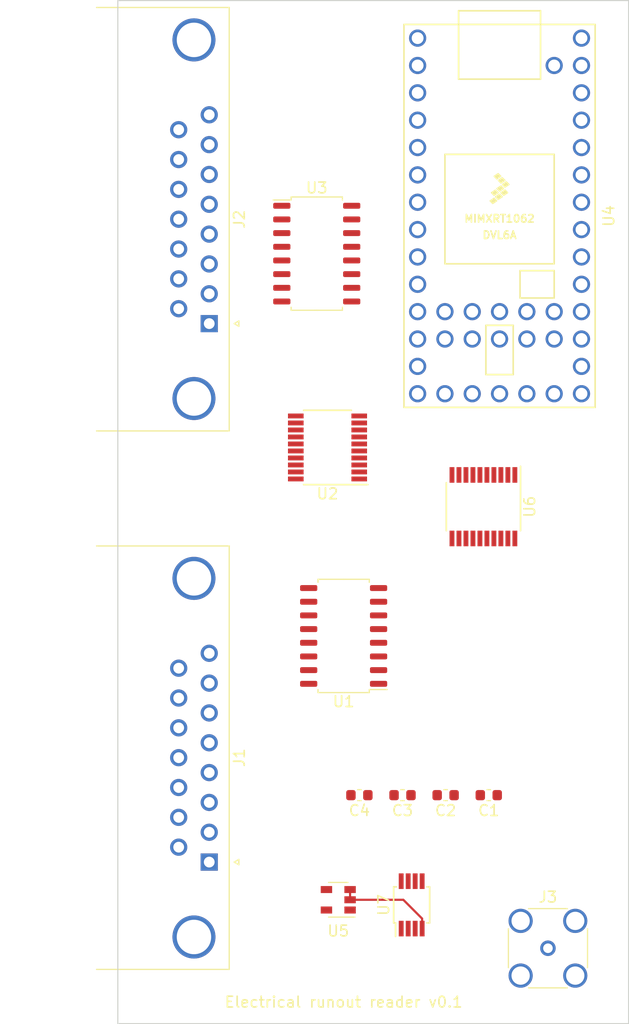
<source format=kicad_pcb>
(kicad_pcb (version 20171130) (host pcbnew "(5.1.4)-1")

  (general
    (thickness 1.6)
    (drawings 5)
    (tracks 4)
    (zones 0)
    (modules 14)
    (nets 94)
  )

  (page A4)
  (layers
    (0 F.Cu signal)
    (31 B.Cu signal)
    (32 B.Adhes user)
    (33 F.Adhes user)
    (34 B.Paste user)
    (35 F.Paste user)
    (36 B.SilkS user)
    (37 F.SilkS user)
    (38 B.Mask user)
    (39 F.Mask user)
    (40 Dwgs.User user)
    (41 Cmts.User user)
    (42 Eco1.User user)
    (43 Eco2.User user)
    (44 Edge.Cuts user)
    (45 Margin user)
    (46 B.CrtYd user)
    (47 F.CrtYd user)
    (48 B.Fab user)
    (49 F.Fab user)
  )

  (setup
    (last_trace_width 0.2)
    (trace_clearance 0.05)
    (zone_clearance 0.508)
    (zone_45_only no)
    (trace_min 0.2)
    (via_size 0.8)
    (via_drill 0.4)
    (via_min_size 0.4)
    (via_min_drill 0.3)
    (uvia_size 0.3)
    (uvia_drill 0.1)
    (uvias_allowed no)
    (uvia_min_size 0.2)
    (uvia_min_drill 0.1)
    (edge_width 0.05)
    (segment_width 0.2)
    (pcb_text_width 0.3)
    (pcb_text_size 1.5 1.5)
    (mod_edge_width 0.12)
    (mod_text_size 1 1)
    (mod_text_width 0.15)
    (pad_size 1.524 1.524)
    (pad_drill 0.762)
    (pad_to_mask_clearance 0)
    (aux_axis_origin 0 0)
    (visible_elements 7FFFFFFF)
    (pcbplotparams
      (layerselection 0x010fc_ffffffff)
      (usegerberextensions false)
      (usegerberattributes true)
      (usegerberadvancedattributes true)
      (creategerberjobfile true)
      (excludeedgelayer true)
      (linewidth 0.100000)
      (plotframeref false)
      (viasonmask false)
      (mode 1)
      (useauxorigin false)
      (hpglpennumber 1)
      (hpglpenspeed 20)
      (hpglpendiameter 15.000000)
      (psnegative false)
      (psa4output false)
      (plotreference true)
      (plotvalue true)
      (plotinvisibletext false)
      (padsonsilk false)
      (subtractmaskfromsilk false)
      (outputformat 1)
      (mirror false)
      (drillshape 1)
      (scaleselection 1)
      (outputdirectory ""))
  )

  (net 0 "")
  (net 1 /S1_A1_HV+)
  (net 2 GND)
  (net 3 /S1_A2_HV+)
  (net 4 +5V)
  (net 5 "Net-(J1-Pad5)")
  (net 6 "Net-(J1-Pad6)")
  (net 7 /S1_A0_HV-)
  (net 8 "Net-(J1-Pad8)")
  (net 9 /S1_A1_HV-)
  (net 10 /S1_A2_HV-)
  (net 11 /S1_AS_HV)
  (net 12 /S1_A0_HV+)
  (net 13 "Net-(J1-Pad15)")
  (net 14 "Net-(J2-Pad15)")
  (net 15 /S2_A0_HV+)
  (net 16 /S2_AS_HV)
  (net 17 /S2_A2_HV-)
  (net 18 /S2_A1_HV-)
  (net 19 "Net-(J2-Pad8)")
  (net 20 /S2_A0_HV-)
  (net 21 "Net-(J2-Pad6)")
  (net 22 "Net-(J2-Pad5)")
  (net 23 /S2_A2_HV+)
  (net 24 /S2_A1_HV+)
  (net 25 /ADC_INGND)
  (net 26 /ADC_IN5V)
  (net 27 /S1_A0_HV)
  (net 28 /S1_A1_HV)
  (net 29 /S1_A2_HV)
  (net 30 "Net-(U1-Pad13)")
  (net 31 "Net-(U1-Pad14)")
  (net 32 /S2_AS_LV)
  (net 33 /S2_A2_LV)
  (net 34 /S2_A1_LV)
  (net 35 /S2_A0_LV)
  (net 36 +3V3)
  (net 37 /S1_AS_LV)
  (net 38 /S1_A2_LV)
  (net 39 /S1_A1_LV)
  (net 40 /S1_A0_LV)
  (net 41 /S2_A0_HV)
  (net 42 /S2_A1_HV)
  (net 43 /S2_A2_HV)
  (net 44 "Net-(U3-Pad14)")
  (net 45 "Net-(U3-Pad13)")
  (net 46 "Net-(U4-Pad18)")
  (net 47 "Net-(U4-Pad19)")
  (net 48 /ADC_CLK_LV)
  (net 49 "Net-(U4-Pad16)")
  (net 50 "Net-(U4-Pad15)")
  (net 51 /ADC_MISO_LV)
  (net 52 "Net-(U4-Pad21)")
  (net 53 "Net-(U4-Pad22)")
  (net 54 "Net-(U4-Pad23)")
  (net 55 "Net-(U4-Pad24)")
  (net 56 "Net-(U4-Pad25)")
  (net 57 "Net-(U4-Pad26)")
  (net 58 "Net-(U4-Pad27)")
  (net 59 "Net-(U4-Pad28)")
  (net 60 "Net-(U4-Pad29)")
  (net 61 "Net-(U4-Pad30)")
  (net 62 "Net-(U4-Pad33)")
  (net 63 "Net-(U4-Pad13)")
  (net 64 /ADC_CS_LV)
  (net 65 "Net-(U4-Pad11)")
  (net 66 "Net-(U4-Pad10)")
  (net 67 "Net-(U4-Pad8)")
  (net 68 "Net-(U4-Pad7)")
  (net 69 "Net-(U4-Pad36)")
  (net 70 "Net-(U4-Pad37)")
  (net 71 "Net-(U4-Pad38)")
  (net 72 "Net-(U4-Pad39)")
  (net 73 "Net-(U4-Pad40)")
  (net 74 "Net-(U4-Pad43)")
  (net 75 "Net-(U4-Pad44)")
  (net 76 /ADC_REF)
  (net 77 /ADC_CLK_HV)
  (net 78 /ADC_MISO_HV)
  (net 79 /ADC_CS_HV)
  (net 80 "Net-(U6-Pad17)")
  (net 81 "Net-(U6-Pad14)")
  (net 82 "Net-(U6-Pad13)")
  (net 83 "Net-(U6-Pad12)")
  (net 84 "Net-(U6-Pad11)")
  (net 85 "Net-(U6-Pad10)")
  (net 86 "Net-(U6-Pad9)")
  (net 87 "Net-(U6-Pad8)")
  (net 88 "Net-(U6-Pad7)")
  (net 89 "Net-(U6-Pad4)")
  (net 90 "Net-(U1-Pad15)")
  (net 91 "Net-(U3-Pad15)")
  (net 92 "Net-(C2-Pad1)")
  (net 93 "Net-(U4-Pad35)")

  (net_class Default "This is the default net class."
    (clearance 0.05)
    (trace_width 0.2)
    (via_dia 0.8)
    (via_drill 0.4)
    (uvia_dia 0.3)
    (uvia_drill 0.1)
    (add_net +3V3)
    (add_net +5V)
    (add_net /ADC_CLK_HV)
    (add_net /ADC_CLK_LV)
    (add_net /ADC_CS_HV)
    (add_net /ADC_CS_LV)
    (add_net /ADC_IN5V)
    (add_net /ADC_INGND)
    (add_net /ADC_MISO_HV)
    (add_net /ADC_MISO_LV)
    (add_net /ADC_REF)
    (add_net /S1_A0_HV)
    (add_net /S1_A0_HV+)
    (add_net /S1_A0_HV-)
    (add_net /S1_A0_LV)
    (add_net /S1_A1_HV)
    (add_net /S1_A1_HV+)
    (add_net /S1_A1_HV-)
    (add_net /S1_A1_LV)
    (add_net /S1_A2_HV)
    (add_net /S1_A2_HV+)
    (add_net /S1_A2_HV-)
    (add_net /S1_A2_LV)
    (add_net /S1_AS_HV)
    (add_net /S1_AS_LV)
    (add_net /S2_A0_HV)
    (add_net /S2_A0_HV+)
    (add_net /S2_A0_HV-)
    (add_net /S2_A0_LV)
    (add_net /S2_A1_HV)
    (add_net /S2_A1_HV+)
    (add_net /S2_A1_HV-)
    (add_net /S2_A1_LV)
    (add_net /S2_A2_HV)
    (add_net /S2_A2_HV+)
    (add_net /S2_A2_HV-)
    (add_net /S2_A2_LV)
    (add_net /S2_AS_HV)
    (add_net /S2_AS_LV)
    (add_net GND)
    (add_net "Net-(C2-Pad1)")
    (add_net "Net-(J1-Pad15)")
    (add_net "Net-(J1-Pad5)")
    (add_net "Net-(J1-Pad6)")
    (add_net "Net-(J1-Pad8)")
    (add_net "Net-(J2-Pad15)")
    (add_net "Net-(J2-Pad5)")
    (add_net "Net-(J2-Pad6)")
    (add_net "Net-(J2-Pad8)")
    (add_net "Net-(U1-Pad13)")
    (add_net "Net-(U1-Pad14)")
    (add_net "Net-(U1-Pad15)")
    (add_net "Net-(U3-Pad13)")
    (add_net "Net-(U3-Pad14)")
    (add_net "Net-(U3-Pad15)")
    (add_net "Net-(U4-Pad10)")
    (add_net "Net-(U4-Pad11)")
    (add_net "Net-(U4-Pad13)")
    (add_net "Net-(U4-Pad15)")
    (add_net "Net-(U4-Pad16)")
    (add_net "Net-(U4-Pad18)")
    (add_net "Net-(U4-Pad19)")
    (add_net "Net-(U4-Pad21)")
    (add_net "Net-(U4-Pad22)")
    (add_net "Net-(U4-Pad23)")
    (add_net "Net-(U4-Pad24)")
    (add_net "Net-(U4-Pad25)")
    (add_net "Net-(U4-Pad26)")
    (add_net "Net-(U4-Pad27)")
    (add_net "Net-(U4-Pad28)")
    (add_net "Net-(U4-Pad29)")
    (add_net "Net-(U4-Pad30)")
    (add_net "Net-(U4-Pad33)")
    (add_net "Net-(U4-Pad35)")
    (add_net "Net-(U4-Pad36)")
    (add_net "Net-(U4-Pad37)")
    (add_net "Net-(U4-Pad38)")
    (add_net "Net-(U4-Pad39)")
    (add_net "Net-(U4-Pad40)")
    (add_net "Net-(U4-Pad43)")
    (add_net "Net-(U4-Pad44)")
    (add_net "Net-(U4-Pad7)")
    (add_net "Net-(U4-Pad8)")
    (add_net "Net-(U6-Pad10)")
    (add_net "Net-(U6-Pad11)")
    (add_net "Net-(U6-Pad12)")
    (add_net "Net-(U6-Pad13)")
    (add_net "Net-(U6-Pad14)")
    (add_net "Net-(U6-Pad17)")
    (add_net "Net-(U6-Pad4)")
    (add_net "Net-(U6-Pad7)")
    (add_net "Net-(U6-Pad8)")
    (add_net "Net-(U6-Pad9)")
  )

  (module Connector_Coaxial:SMA_Amphenol_132134-14_Vertical (layer F.Cu) (tedit 5B2F4D72) (tstamp 61A7D84F)
    (at 72.5 103)
    (descr https://www.amphenolrf.com/downloads/dl/file/id/1793/product/2976/132134_14_customer_drawing.pdf)
    (tags "SMA THT Female Jack Vertical ExtendedLegs")
    (path /619E4137)
    (fp_text reference J3 (at 0 -4.75) (layer F.SilkS)
      (effects (font (size 1 1) (thickness 0.15)))
    )
    (fp_text value Conn_Coaxial (at 0 5) (layer F.Fab)
      (effects (font (size 1 1) (thickness 0.15)))
    )
    (fp_text user %R (at 0 0) (layer F.Fab)
      (effects (font (size 1 1) (thickness 0.15)))
    )
    (fp_line (start -1.8 -3.68) (end 1.8 -3.68) (layer F.SilkS) (width 0.12))
    (fp_line (start -1.8 3.68) (end 1.8 3.68) (layer F.SilkS) (width 0.12))
    (fp_line (start 3.68 -1.8) (end 3.68 1.8) (layer F.SilkS) (width 0.12))
    (fp_line (start -3.68 -1.8) (end -3.68 1.8) (layer F.SilkS) (width 0.12))
    (fp_line (start 3.5 -3.5) (end 3.5 3.5) (layer F.Fab) (width 0.1))
    (fp_line (start -3.5 3.5) (end 3.5 3.5) (layer F.Fab) (width 0.1))
    (fp_line (start -3.5 -3.5) (end -3.5 3.5) (layer F.Fab) (width 0.1))
    (fp_line (start -3.5 -3.5) (end 3.5 -3.5) (layer F.Fab) (width 0.1))
    (fp_line (start -4.14 -4.14) (end 4.14 -4.14) (layer F.CrtYd) (width 0.05))
    (fp_line (start -4.14 -4.14) (end -4.14 4.14) (layer F.CrtYd) (width 0.05))
    (fp_line (start 4.14 4.14) (end 4.14 -4.14) (layer F.CrtYd) (width 0.05))
    (fp_line (start 4.14 4.14) (end -4.14 4.14) (layer F.CrtYd) (width 0.05))
    (fp_circle (center 0 0) (end 3.175 0) (layer F.Fab) (width 0.1))
    (pad 2 thru_hole circle (at -2.54 2.54) (size 2.25 2.25) (drill 1.7) (layers *.Cu *.Mask)
      (net 25 /ADC_INGND))
    (pad 2 thru_hole circle (at -2.54 -2.54) (size 2.25 2.25) (drill 1.7) (layers *.Cu *.Mask)
      (net 25 /ADC_INGND))
    (pad 2 thru_hole circle (at 2.54 -2.54) (size 2.25 2.25) (drill 1.7) (layers *.Cu *.Mask)
      (net 25 /ADC_INGND))
    (pad 2 thru_hole circle (at 2.54 2.54) (size 2.25 2.25) (drill 1.7) (layers *.Cu *.Mask)
      (net 25 /ADC_INGND))
    (pad 1 thru_hole circle (at 0 0) (size 1.44 1.44) (drill 0.89) (layers *.Cu *.Mask)
      (net 26 /ADC_IN5V))
    (model ${KISYS3DMOD}/Connector_Coaxial.3dshapes/SMA_Amphenol_132134-14_Vertical.wrl
      (at (xyz 0 0 0))
      (scale (xyz 1 1 1))
      (rotate (xyz 0 0 0))
    )
  )

  (module Capacitor_SMD:C_0603_1608Metric (layer F.Cu) (tedit 5B301BBE) (tstamp 61A7B7CF)
    (at 66.994999 88.784999 180)
    (descr "Capacitor SMD 0603 (1608 Metric), square (rectangular) end terminal, IPC_7351 nominal, (Body size source: http://www.tortai-tech.com/upload/download/2011102023233369053.pdf), generated with kicad-footprint-generator")
    (tags capacitor)
    (path /61DC0488)
    (attr smd)
    (fp_text reference C1 (at 0 -1.43) (layer F.SilkS)
      (effects (font (size 1 1) (thickness 0.15)))
    )
    (fp_text value C (at 0 1.43) (layer F.Fab)
      (effects (font (size 1 1) (thickness 0.15)))
    )
    (fp_line (start -0.8 0.4) (end -0.8 -0.4) (layer F.Fab) (width 0.1))
    (fp_line (start -0.8 -0.4) (end 0.8 -0.4) (layer F.Fab) (width 0.1))
    (fp_line (start 0.8 -0.4) (end 0.8 0.4) (layer F.Fab) (width 0.1))
    (fp_line (start 0.8 0.4) (end -0.8 0.4) (layer F.Fab) (width 0.1))
    (fp_line (start -0.162779 -0.51) (end 0.162779 -0.51) (layer F.SilkS) (width 0.12))
    (fp_line (start -0.162779 0.51) (end 0.162779 0.51) (layer F.SilkS) (width 0.12))
    (fp_line (start -1.48 0.73) (end -1.48 -0.73) (layer F.CrtYd) (width 0.05))
    (fp_line (start -1.48 -0.73) (end 1.48 -0.73) (layer F.CrtYd) (width 0.05))
    (fp_line (start 1.48 -0.73) (end 1.48 0.73) (layer F.CrtYd) (width 0.05))
    (fp_line (start 1.48 0.73) (end -1.48 0.73) (layer F.CrtYd) (width 0.05))
    (fp_text user %R (at 0 0) (layer F.Fab)
      (effects (font (size 0.4 0.4) (thickness 0.06)))
    )
    (pad 1 smd roundrect (at -0.7875 0 180) (size 0.875 0.95) (layers F.Cu F.Paste F.Mask) (roundrect_rratio 0.25)
      (net 4 +5V))
    (pad 2 smd roundrect (at 0.7875 0 180) (size 0.875 0.95) (layers F.Cu F.Paste F.Mask) (roundrect_rratio 0.25)
      (net 2 GND))
    (model ${KISYS3DMOD}/Capacitor_SMD.3dshapes/C_0603_1608Metric.wrl
      (at (xyz 0 0 0))
      (scale (xyz 1 1 1))
      (rotate (xyz 0 0 0))
    )
  )

  (module Capacitor_SMD:C_0603_1608Metric (layer F.Cu) (tedit 5B301BBE) (tstamp 61A7B79F)
    (at 62.984999 88.784999 180)
    (descr "Capacitor SMD 0603 (1608 Metric), square (rectangular) end terminal, IPC_7351 nominal, (Body size source: http://www.tortai-tech.com/upload/download/2011102023233369053.pdf), generated with kicad-footprint-generator")
    (tags capacitor)
    (path /61D89473)
    (attr smd)
    (fp_text reference C2 (at 0 -1.43) (layer F.SilkS)
      (effects (font (size 1 1) (thickness 0.15)))
    )
    (fp_text value C (at 0 1.43) (layer F.Fab)
      (effects (font (size 1 1) (thickness 0.15)))
    )
    (fp_line (start -0.8 0.4) (end -0.8 -0.4) (layer F.Fab) (width 0.1))
    (fp_line (start -0.8 -0.4) (end 0.8 -0.4) (layer F.Fab) (width 0.1))
    (fp_line (start 0.8 -0.4) (end 0.8 0.4) (layer F.Fab) (width 0.1))
    (fp_line (start 0.8 0.4) (end -0.8 0.4) (layer F.Fab) (width 0.1))
    (fp_line (start -0.162779 -0.51) (end 0.162779 -0.51) (layer F.SilkS) (width 0.12))
    (fp_line (start -0.162779 0.51) (end 0.162779 0.51) (layer F.SilkS) (width 0.12))
    (fp_line (start -1.48 0.73) (end -1.48 -0.73) (layer F.CrtYd) (width 0.05))
    (fp_line (start -1.48 -0.73) (end 1.48 -0.73) (layer F.CrtYd) (width 0.05))
    (fp_line (start 1.48 -0.73) (end 1.48 0.73) (layer F.CrtYd) (width 0.05))
    (fp_line (start 1.48 0.73) (end -1.48 0.73) (layer F.CrtYd) (width 0.05))
    (fp_text user %R (at 0 0) (layer F.Fab)
      (effects (font (size 0.4 0.4) (thickness 0.06)))
    )
    (pad 1 smd roundrect (at -0.7875 0 180) (size 0.875 0.95) (layers F.Cu F.Paste F.Mask) (roundrect_rratio 0.25)
      (net 92 "Net-(C2-Pad1)"))
    (pad 2 smd roundrect (at 0.7875 0 180) (size 0.875 0.95) (layers F.Cu F.Paste F.Mask) (roundrect_rratio 0.25)
      (net 2 GND))
    (model ${KISYS3DMOD}/Capacitor_SMD.3dshapes/C_0603_1608Metric.wrl
      (at (xyz 0 0 0))
      (scale (xyz 1 1 1))
      (rotate (xyz 0 0 0))
    )
  )

  (module Capacitor_SMD:C_0603_1608Metric (layer F.Cu) (tedit 5B301BBE) (tstamp 61A7B76F)
    (at 58.974999 88.784999 180)
    (descr "Capacitor SMD 0603 (1608 Metric), square (rectangular) end terminal, IPC_7351 nominal, (Body size source: http://www.tortai-tech.com/upload/download/2011102023233369053.pdf), generated with kicad-footprint-generator")
    (tags capacitor)
    (path /61DAD5EC)
    (attr smd)
    (fp_text reference C3 (at 0 -1.43) (layer F.SilkS)
      (effects (font (size 1 1) (thickness 0.15)))
    )
    (fp_text value C (at 0 1.43) (layer F.Fab)
      (effects (font (size 1 1) (thickness 0.15)))
    )
    (fp_text user %R (at 0 0) (layer F.Fab)
      (effects (font (size 0.4 0.4) (thickness 0.06)))
    )
    (fp_line (start 1.48 0.73) (end -1.48 0.73) (layer F.CrtYd) (width 0.05))
    (fp_line (start 1.48 -0.73) (end 1.48 0.73) (layer F.CrtYd) (width 0.05))
    (fp_line (start -1.48 -0.73) (end 1.48 -0.73) (layer F.CrtYd) (width 0.05))
    (fp_line (start -1.48 0.73) (end -1.48 -0.73) (layer F.CrtYd) (width 0.05))
    (fp_line (start -0.162779 0.51) (end 0.162779 0.51) (layer F.SilkS) (width 0.12))
    (fp_line (start -0.162779 -0.51) (end 0.162779 -0.51) (layer F.SilkS) (width 0.12))
    (fp_line (start 0.8 0.4) (end -0.8 0.4) (layer F.Fab) (width 0.1))
    (fp_line (start 0.8 -0.4) (end 0.8 0.4) (layer F.Fab) (width 0.1))
    (fp_line (start -0.8 -0.4) (end 0.8 -0.4) (layer F.Fab) (width 0.1))
    (fp_line (start -0.8 0.4) (end -0.8 -0.4) (layer F.Fab) (width 0.1))
    (pad 2 smd roundrect (at 0.7875 0 180) (size 0.875 0.95) (layers F.Cu F.Paste F.Mask) (roundrect_rratio 0.25)
      (net 2 GND))
    (pad 1 smd roundrect (at -0.7875 0 180) (size 0.875 0.95) (layers F.Cu F.Paste F.Mask) (roundrect_rratio 0.25)
      (net 76 /ADC_REF))
    (model ${KISYS3DMOD}/Capacitor_SMD.3dshapes/C_0603_1608Metric.wrl
      (at (xyz 0 0 0))
      (scale (xyz 1 1 1))
      (rotate (xyz 0 0 0))
    )
  )

  (module Capacitor_SMD:C_0603_1608Metric (layer F.Cu) (tedit 5B301BBE) (tstamp 61A7B73F)
    (at 54.964999 88.784999 180)
    (descr "Capacitor SMD 0603 (1608 Metric), square (rectangular) end terminal, IPC_7351 nominal, (Body size source: http://www.tortai-tech.com/upload/download/2011102023233369053.pdf), generated with kicad-footprint-generator")
    (tags capacitor)
    (path /61E50296)
    (attr smd)
    (fp_text reference C4 (at 0 -1.43) (layer F.SilkS)
      (effects (font (size 1 1) (thickness 0.15)))
    )
    (fp_text value C (at 0 1.43) (layer F.Fab)
      (effects (font (size 1 1) (thickness 0.15)))
    )
    (fp_text user %R (at 0 0) (layer F.Fab)
      (effects (font (size 0.4 0.4) (thickness 0.06)))
    )
    (fp_line (start 1.48 0.73) (end -1.48 0.73) (layer F.CrtYd) (width 0.05))
    (fp_line (start 1.48 -0.73) (end 1.48 0.73) (layer F.CrtYd) (width 0.05))
    (fp_line (start -1.48 -0.73) (end 1.48 -0.73) (layer F.CrtYd) (width 0.05))
    (fp_line (start -1.48 0.73) (end -1.48 -0.73) (layer F.CrtYd) (width 0.05))
    (fp_line (start -0.162779 0.51) (end 0.162779 0.51) (layer F.SilkS) (width 0.12))
    (fp_line (start -0.162779 -0.51) (end 0.162779 -0.51) (layer F.SilkS) (width 0.12))
    (fp_line (start 0.8 0.4) (end -0.8 0.4) (layer F.Fab) (width 0.1))
    (fp_line (start 0.8 -0.4) (end 0.8 0.4) (layer F.Fab) (width 0.1))
    (fp_line (start -0.8 -0.4) (end 0.8 -0.4) (layer F.Fab) (width 0.1))
    (fp_line (start -0.8 0.4) (end -0.8 -0.4) (layer F.Fab) (width 0.1))
    (pad 2 smd roundrect (at 0.7875 0 180) (size 0.875 0.95) (layers F.Cu F.Paste F.Mask) (roundrect_rratio 0.25)
      (net 2 GND))
    (pad 1 smd roundrect (at -0.7875 0 180) (size 0.875 0.95) (layers F.Cu F.Paste F.Mask) (roundrect_rratio 0.25)
      (net 4 +5V))
    (model ${KISYS3DMOD}/Capacitor_SMD.3dshapes/C_0603_1608Metric.wrl
      (at (xyz 0 0 0))
      (scale (xyz 1 1 1))
      (rotate (xyz 0 0 0))
    )
  )

  (module Connector_Dsub:DSUB-15_Female_Horizontal_P2.77x2.84mm_EdgePinOffset7.70mm_Housed_MountingHolesOffset9.12mm (layer F.Cu) (tedit 59FEDEE2) (tstamp 61A7ABF2)
    (at 41 95 270)
    (descr "15-pin D-Sub connector, horizontal/angled (90 deg), THT-mount, female, pitch 2.77x2.84mm, pin-PCB-offset 7.699999999999999mm, distance of mounting holes 33.3mm, distance of mounting holes to PCB edge 9.12mm, see https://disti-assets.s3.amazonaws.com/tonar/files/datasheets/16730.pdf")
    (tags "15-pin D-Sub connector horizontal angled 90deg THT female pitch 2.77x2.84mm pin-PCB-offset 7.699999999999999mm mounting-holes-distance 33.3mm mounting-hole-offset 33.3mm")
    (path /61970C5D)
    (fp_text reference J1 (at -9.695 -2.8 90) (layer F.SilkS)
      (effects (font (size 1 1) (thickness 0.15)))
    )
    (fp_text value HEIDENHAIN_MT25_TTL (at -9.695 18.61 90) (layer F.Fab)
      (effects (font (size 1 1) (thickness 0.15)))
    )
    (fp_arc (start -26.345 1.42) (end -27.945 1.42) (angle 180) (layer F.Fab) (width 0.1))
    (fp_arc (start 6.955 1.42) (end 5.355 1.42) (angle 180) (layer F.Fab) (width 0.1))
    (fp_line (start -29.295 -1.8) (end -29.295 10.54) (layer F.Fab) (width 0.1))
    (fp_line (start -29.295 10.54) (end 9.905 10.54) (layer F.Fab) (width 0.1))
    (fp_line (start 9.905 10.54) (end 9.905 -1.8) (layer F.Fab) (width 0.1))
    (fp_line (start 9.905 -1.8) (end -29.295 -1.8) (layer F.Fab) (width 0.1))
    (fp_line (start -29.295 10.54) (end -29.295 10.94) (layer F.Fab) (width 0.1))
    (fp_line (start -29.295 10.94) (end 9.905 10.94) (layer F.Fab) (width 0.1))
    (fp_line (start 9.905 10.94) (end 9.905 10.54) (layer F.Fab) (width 0.1))
    (fp_line (start 9.905 10.54) (end -29.295 10.54) (layer F.Fab) (width 0.1))
    (fp_line (start -21.995 10.94) (end -21.995 17.11) (layer F.Fab) (width 0.1))
    (fp_line (start -21.995 17.11) (end 2.605 17.11) (layer F.Fab) (width 0.1))
    (fp_line (start 2.605 17.11) (end 2.605 10.94) (layer F.Fab) (width 0.1))
    (fp_line (start 2.605 10.94) (end -21.995 10.94) (layer F.Fab) (width 0.1))
    (fp_line (start -28.845 10.94) (end -28.845 15.94) (layer F.Fab) (width 0.1))
    (fp_line (start -28.845 15.94) (end -23.845 15.94) (layer F.Fab) (width 0.1))
    (fp_line (start -23.845 15.94) (end -23.845 10.94) (layer F.Fab) (width 0.1))
    (fp_line (start -23.845 10.94) (end -28.845 10.94) (layer F.Fab) (width 0.1))
    (fp_line (start 4.455 10.94) (end 4.455 15.94) (layer F.Fab) (width 0.1))
    (fp_line (start 4.455 15.94) (end 9.455 15.94) (layer F.Fab) (width 0.1))
    (fp_line (start 9.455 15.94) (end 9.455 10.94) (layer F.Fab) (width 0.1))
    (fp_line (start 9.455 10.94) (end 4.455 10.94) (layer F.Fab) (width 0.1))
    (fp_line (start -27.945 10.54) (end -27.945 1.42) (layer F.Fab) (width 0.1))
    (fp_line (start -24.745 10.54) (end -24.745 1.42) (layer F.Fab) (width 0.1))
    (fp_line (start 5.355 10.54) (end 5.355 1.42) (layer F.Fab) (width 0.1))
    (fp_line (start 8.555 10.54) (end 8.555 1.42) (layer F.Fab) (width 0.1))
    (fp_line (start -29.355 10.48) (end -29.355 -1.86) (layer F.SilkS) (width 0.12))
    (fp_line (start -29.355 -1.86) (end 9.965 -1.86) (layer F.SilkS) (width 0.12))
    (fp_line (start 9.965 -1.86) (end 9.965 10.48) (layer F.SilkS) (width 0.12))
    (fp_line (start -0.25 -2.754338) (end 0.25 -2.754338) (layer F.SilkS) (width 0.12))
    (fp_line (start 0.25 -2.754338) (end 0 -2.321325) (layer F.SilkS) (width 0.12))
    (fp_line (start 0 -2.321325) (end -0.25 -2.754338) (layer F.SilkS) (width 0.12))
    (fp_line (start -29.8 -2.35) (end -29.8 17.65) (layer F.CrtYd) (width 0.05))
    (fp_line (start -29.8 17.65) (end 10.45 17.65) (layer F.CrtYd) (width 0.05))
    (fp_line (start 10.45 17.65) (end 10.45 -2.35) (layer F.CrtYd) (width 0.05))
    (fp_line (start 10.45 -2.35) (end -29.8 -2.35) (layer F.CrtYd) (width 0.05))
    (fp_text user %R (at -9.695 14.025 90) (layer F.Fab)
      (effects (font (size 1 1) (thickness 0.15)))
    )
    (pad 1 thru_hole rect (at 0 0 270) (size 1.6 1.6) (drill 1) (layers *.Cu *.Mask)
      (net 1 /S1_A1_HV+))
    (pad 2 thru_hole circle (at -2.77 0 270) (size 1.6 1.6) (drill 1) (layers *.Cu *.Mask)
      (net 2 GND))
    (pad 3 thru_hole circle (at -5.54 0 270) (size 1.6 1.6) (drill 1) (layers *.Cu *.Mask)
      (net 3 /S1_A2_HV+))
    (pad 4 thru_hole circle (at -8.31 0 270) (size 1.6 1.6) (drill 1) (layers *.Cu *.Mask)
      (net 4 +5V))
    (pad 5 thru_hole circle (at -11.08 0 270) (size 1.6 1.6) (drill 1) (layers *.Cu *.Mask)
      (net 5 "Net-(J1-Pad5)"))
    (pad 6 thru_hole circle (at -13.85 0 270) (size 1.6 1.6) (drill 1) (layers *.Cu *.Mask)
      (net 6 "Net-(J1-Pad6)"))
    (pad 7 thru_hole circle (at -16.62 0 270) (size 1.6 1.6) (drill 1) (layers *.Cu *.Mask)
      (net 7 /S1_A0_HV-))
    (pad 8 thru_hole circle (at -19.39 0 270) (size 1.6 1.6) (drill 1) (layers *.Cu *.Mask)
      (net 8 "Net-(J1-Pad8)"))
    (pad 9 thru_hole circle (at -1.385 2.84 270) (size 1.6 1.6) (drill 1) (layers *.Cu *.Mask)
      (net 9 /S1_A1_HV-))
    (pad 10 thru_hole circle (at -4.155 2.84 270) (size 1.6 1.6) (drill 1) (layers *.Cu *.Mask)
      (net 2 GND))
    (pad 11 thru_hole circle (at -6.925 2.84 270) (size 1.6 1.6) (drill 1) (layers *.Cu *.Mask)
      (net 10 /S1_A2_HV-))
    (pad 12 thru_hole circle (at -9.695 2.84 270) (size 1.6 1.6) (drill 1) (layers *.Cu *.Mask)
      (net 4 +5V))
    (pad 13 thru_hole circle (at -12.465 2.84 270) (size 1.6 1.6) (drill 1) (layers *.Cu *.Mask)
      (net 11 /S1_AS_HV))
    (pad 14 thru_hole circle (at -15.235 2.84 270) (size 1.6 1.6) (drill 1) (layers *.Cu *.Mask)
      (net 12 /S1_A0_HV+))
    (pad 15 thru_hole circle (at -18.005 2.84 270) (size 1.6 1.6) (drill 1) (layers *.Cu *.Mask)
      (net 13 "Net-(J1-Pad15)"))
    (pad 0 thru_hole circle (at -26.345 1.42 270) (size 4 4) (drill 3.2) (layers *.Cu *.Mask)
      (net 2 GND))
    (pad 0 thru_hole circle (at 6.955 1.42 270) (size 4 4) (drill 3.2) (layers *.Cu *.Mask)
      (net 2 GND))
    (model ${KISYS3DMOD}/Connector_Dsub.3dshapes/DSUB-15_Female_Horizontal_P2.77x2.84mm_EdgePinOffset7.70mm_Housed_MountingHolesOffset9.12mm.wrl
      (at (xyz 0 0 0))
      (scale (xyz 1 1 1))
      (rotate (xyz 0 0 0))
    )
  )

  (module Connector_Dsub:DSUB-15_Female_Horizontal_P2.77x2.84mm_EdgePinOffset7.70mm_Housed_MountingHolesOffset9.12mm (layer F.Cu) (tedit 59FEDEE2) (tstamp 61A7F546)
    (at 41 45 270)
    (descr "15-pin D-Sub connector, horizontal/angled (90 deg), THT-mount, female, pitch 2.77x2.84mm, pin-PCB-offset 7.699999999999999mm, distance of mounting holes 33.3mm, distance of mounting holes to PCB edge 9.12mm, see https://disti-assets.s3.amazonaws.com/tonar/files/datasheets/16730.pdf")
    (tags "15-pin D-Sub connector horizontal angled 90deg THT female pitch 2.77x2.84mm pin-PCB-offset 7.699999999999999mm mounting-holes-distance 33.3mm mounting-hole-offset 33.3mm")
    (path /61E7C7DB)
    (fp_text reference J2 (at -9.695 -2.8 90) (layer F.SilkS)
      (effects (font (size 1 1) (thickness 0.15)))
    )
    (fp_text value TRIGGER_TTL (at -9.695 18.61 90) (layer F.Fab)
      (effects (font (size 1 1) (thickness 0.15)))
    )
    (fp_text user %R (at -9.695 14.025 90) (layer F.Fab)
      (effects (font (size 1 1) (thickness 0.15)))
    )
    (fp_line (start 10.45 -2.35) (end -29.8 -2.35) (layer F.CrtYd) (width 0.05))
    (fp_line (start 10.45 17.65) (end 10.45 -2.35) (layer F.CrtYd) (width 0.05))
    (fp_line (start -29.8 17.65) (end 10.45 17.65) (layer F.CrtYd) (width 0.05))
    (fp_line (start -29.8 -2.35) (end -29.8 17.65) (layer F.CrtYd) (width 0.05))
    (fp_line (start 0 -2.321325) (end -0.25 -2.754338) (layer F.SilkS) (width 0.12))
    (fp_line (start 0.25 -2.754338) (end 0 -2.321325) (layer F.SilkS) (width 0.12))
    (fp_line (start -0.25 -2.754338) (end 0.25 -2.754338) (layer F.SilkS) (width 0.12))
    (fp_line (start 9.965 -1.86) (end 9.965 10.48) (layer F.SilkS) (width 0.12))
    (fp_line (start -29.355 -1.86) (end 9.965 -1.86) (layer F.SilkS) (width 0.12))
    (fp_line (start -29.355 10.48) (end -29.355 -1.86) (layer F.SilkS) (width 0.12))
    (fp_line (start 8.555 10.54) (end 8.555 1.42) (layer F.Fab) (width 0.1))
    (fp_line (start 5.355 10.54) (end 5.355 1.42) (layer F.Fab) (width 0.1))
    (fp_line (start -24.745 10.54) (end -24.745 1.42) (layer F.Fab) (width 0.1))
    (fp_line (start -27.945 10.54) (end -27.945 1.42) (layer F.Fab) (width 0.1))
    (fp_line (start 9.455 10.94) (end 4.455 10.94) (layer F.Fab) (width 0.1))
    (fp_line (start 9.455 15.94) (end 9.455 10.94) (layer F.Fab) (width 0.1))
    (fp_line (start 4.455 15.94) (end 9.455 15.94) (layer F.Fab) (width 0.1))
    (fp_line (start 4.455 10.94) (end 4.455 15.94) (layer F.Fab) (width 0.1))
    (fp_line (start -23.845 10.94) (end -28.845 10.94) (layer F.Fab) (width 0.1))
    (fp_line (start -23.845 15.94) (end -23.845 10.94) (layer F.Fab) (width 0.1))
    (fp_line (start -28.845 15.94) (end -23.845 15.94) (layer F.Fab) (width 0.1))
    (fp_line (start -28.845 10.94) (end -28.845 15.94) (layer F.Fab) (width 0.1))
    (fp_line (start 2.605 10.94) (end -21.995 10.94) (layer F.Fab) (width 0.1))
    (fp_line (start 2.605 17.11) (end 2.605 10.94) (layer F.Fab) (width 0.1))
    (fp_line (start -21.995 17.11) (end 2.605 17.11) (layer F.Fab) (width 0.1))
    (fp_line (start -21.995 10.94) (end -21.995 17.11) (layer F.Fab) (width 0.1))
    (fp_line (start 9.905 10.54) (end -29.295 10.54) (layer F.Fab) (width 0.1))
    (fp_line (start 9.905 10.94) (end 9.905 10.54) (layer F.Fab) (width 0.1))
    (fp_line (start -29.295 10.94) (end 9.905 10.94) (layer F.Fab) (width 0.1))
    (fp_line (start -29.295 10.54) (end -29.295 10.94) (layer F.Fab) (width 0.1))
    (fp_line (start 9.905 -1.8) (end -29.295 -1.8) (layer F.Fab) (width 0.1))
    (fp_line (start 9.905 10.54) (end 9.905 -1.8) (layer F.Fab) (width 0.1))
    (fp_line (start -29.295 10.54) (end 9.905 10.54) (layer F.Fab) (width 0.1))
    (fp_line (start -29.295 -1.8) (end -29.295 10.54) (layer F.Fab) (width 0.1))
    (fp_arc (start 6.955 1.42) (end 5.355 1.42) (angle 180) (layer F.Fab) (width 0.1))
    (fp_arc (start -26.345 1.42) (end -27.945 1.42) (angle 180) (layer F.Fab) (width 0.1))
    (pad 0 thru_hole circle (at 6.955 1.42 270) (size 4 4) (drill 3.2) (layers *.Cu *.Mask)
      (net 2 GND))
    (pad 0 thru_hole circle (at -26.345 1.42 270) (size 4 4) (drill 3.2) (layers *.Cu *.Mask)
      (net 2 GND))
    (pad 15 thru_hole circle (at -18.005 2.84 270) (size 1.6 1.6) (drill 1) (layers *.Cu *.Mask)
      (net 14 "Net-(J2-Pad15)"))
    (pad 14 thru_hole circle (at -15.235 2.84 270) (size 1.6 1.6) (drill 1) (layers *.Cu *.Mask)
      (net 15 /S2_A0_HV+))
    (pad 13 thru_hole circle (at -12.465 2.84 270) (size 1.6 1.6) (drill 1) (layers *.Cu *.Mask)
      (net 16 /S2_AS_HV))
    (pad 12 thru_hole circle (at -9.695 2.84 270) (size 1.6 1.6) (drill 1) (layers *.Cu *.Mask)
      (net 4 +5V))
    (pad 11 thru_hole circle (at -6.925 2.84 270) (size 1.6 1.6) (drill 1) (layers *.Cu *.Mask)
      (net 17 /S2_A2_HV-))
    (pad 10 thru_hole circle (at -4.155 2.84 270) (size 1.6 1.6) (drill 1) (layers *.Cu *.Mask)
      (net 2 GND))
    (pad 9 thru_hole circle (at -1.385 2.84 270) (size 1.6 1.6) (drill 1) (layers *.Cu *.Mask)
      (net 18 /S2_A1_HV-))
    (pad 8 thru_hole circle (at -19.39 0 270) (size 1.6 1.6) (drill 1) (layers *.Cu *.Mask)
      (net 19 "Net-(J2-Pad8)"))
    (pad 7 thru_hole circle (at -16.62 0 270) (size 1.6 1.6) (drill 1) (layers *.Cu *.Mask)
      (net 20 /S2_A0_HV-))
    (pad 6 thru_hole circle (at -13.85 0 270) (size 1.6 1.6) (drill 1) (layers *.Cu *.Mask)
      (net 21 "Net-(J2-Pad6)"))
    (pad 5 thru_hole circle (at -11.08 0 270) (size 1.6 1.6) (drill 1) (layers *.Cu *.Mask)
      (net 22 "Net-(J2-Pad5)"))
    (pad 4 thru_hole circle (at -8.31 0 270) (size 1.6 1.6) (drill 1) (layers *.Cu *.Mask)
      (net 4 +5V))
    (pad 3 thru_hole circle (at -5.54 0 270) (size 1.6 1.6) (drill 1) (layers *.Cu *.Mask)
      (net 23 /S2_A2_HV+))
    (pad 2 thru_hole circle (at -2.77 0 270) (size 1.6 1.6) (drill 1) (layers *.Cu *.Mask)
      (net 2 GND))
    (pad 1 thru_hole rect (at 0 0 270) (size 1.6 1.6) (drill 1) (layers *.Cu *.Mask)
      (net 24 /S2_A1_HV+))
    (model ${KISYS3DMOD}/Connector_Dsub.3dshapes/DSUB-15_Female_Horizontal_P2.77x2.84mm_EdgePinOffset7.70mm_Housed_MountingHolesOffset9.12mm.wrl
      (at (xyz 0 0 0))
      (scale (xyz 1 1 1))
      (rotate (xyz 0 0 0))
    )
  )

  (module Package_SO:SOIC-16_4.55x10.3mm_P1.27mm (layer F.Cu) (tedit 5C97300E) (tstamp 61A7CE48)
    (at 53.5 74 180)
    (descr "SOIC, 16 Pin (https://toshiba.semicon-storage.com/info/docget.jsp?did=12858&prodName=TLP291-4), generated with kicad-footprint-generator ipc_gullwing_generator.py")
    (tags "SOIC SO")
    (path /61A4ED8C)
    (attr smd)
    (fp_text reference U1 (at 0 -6.1) (layer F.SilkS)
      (effects (font (size 1 1) (thickness 0.15)))
    )
    (fp_text value MC3486N (at 0 6.1) (layer F.Fab)
      (effects (font (size 1 1) (thickness 0.15)))
    )
    (fp_line (start 0 5.26) (end 2.385 5.26) (layer F.SilkS) (width 0.12))
    (fp_line (start 2.385 5.26) (end 2.385 4.98) (layer F.SilkS) (width 0.12))
    (fp_line (start 0 5.26) (end -2.385 5.26) (layer F.SilkS) (width 0.12))
    (fp_line (start -2.385 5.26) (end -2.385 4.98) (layer F.SilkS) (width 0.12))
    (fp_line (start 0 -5.26) (end 2.385 -5.26) (layer F.SilkS) (width 0.12))
    (fp_line (start 2.385 -5.26) (end 2.385 -4.98) (layer F.SilkS) (width 0.12))
    (fp_line (start 0 -5.26) (end -2.385 -5.26) (layer F.SilkS) (width 0.12))
    (fp_line (start -2.385 -5.26) (end -2.385 -4.98) (layer F.SilkS) (width 0.12))
    (fp_line (start -2.385 -4.98) (end -4.05 -4.98) (layer F.SilkS) (width 0.12))
    (fp_line (start -1.275 -5.15) (end 2.275 -5.15) (layer F.Fab) (width 0.1))
    (fp_line (start 2.275 -5.15) (end 2.275 5.15) (layer F.Fab) (width 0.1))
    (fp_line (start 2.275 5.15) (end -2.275 5.15) (layer F.Fab) (width 0.1))
    (fp_line (start -2.275 5.15) (end -2.275 -4.15) (layer F.Fab) (width 0.1))
    (fp_line (start -2.275 -4.15) (end -1.275 -5.15) (layer F.Fab) (width 0.1))
    (fp_line (start -4.3 -5.4) (end -4.3 5.4) (layer F.CrtYd) (width 0.05))
    (fp_line (start -4.3 5.4) (end 4.3 5.4) (layer F.CrtYd) (width 0.05))
    (fp_line (start 4.3 5.4) (end 4.3 -5.4) (layer F.CrtYd) (width 0.05))
    (fp_line (start 4.3 -5.4) (end -4.3 -5.4) (layer F.CrtYd) (width 0.05))
    (fp_text user %R (at 0 0) (layer F.Fab)
      (effects (font (size 1 1) (thickness 0.15)))
    )
    (pad 1 smd roundrect (at -3.25 -4.445 180) (size 1.6 0.55) (layers F.Cu F.Paste F.Mask) (roundrect_rratio 0.25)
      (net 7 /S1_A0_HV-))
    (pad 2 smd roundrect (at -3.25 -3.175 180) (size 1.6 0.55) (layers F.Cu F.Paste F.Mask) (roundrect_rratio 0.25)
      (net 12 /S1_A0_HV+))
    (pad 3 smd roundrect (at -3.25 -1.905 180) (size 1.6 0.55) (layers F.Cu F.Paste F.Mask) (roundrect_rratio 0.25)
      (net 27 /S1_A0_HV))
    (pad 4 smd roundrect (at -3.25 -0.635 180) (size 1.6 0.55) (layers F.Cu F.Paste F.Mask) (roundrect_rratio 0.25)
      (net 4 +5V))
    (pad 5 smd roundrect (at -3.25 0.635 180) (size 1.6 0.55) (layers F.Cu F.Paste F.Mask) (roundrect_rratio 0.25)
      (net 28 /S1_A1_HV))
    (pad 6 smd roundrect (at -3.25 1.905 180) (size 1.6 0.55) (layers F.Cu F.Paste F.Mask) (roundrect_rratio 0.25)
      (net 1 /S1_A1_HV+))
    (pad 7 smd roundrect (at -3.25 3.175 180) (size 1.6 0.55) (layers F.Cu F.Paste F.Mask) (roundrect_rratio 0.25)
      (net 9 /S1_A1_HV-))
    (pad 8 smd roundrect (at -3.25 4.445 180) (size 1.6 0.55) (layers F.Cu F.Paste F.Mask) (roundrect_rratio 0.25)
      (net 2 GND))
    (pad 9 smd roundrect (at 3.25 4.445 180) (size 1.6 0.55) (layers F.Cu F.Paste F.Mask) (roundrect_rratio 0.25)
      (net 10 /S1_A2_HV-))
    (pad 10 smd roundrect (at 3.25 3.175 180) (size 1.6 0.55) (layers F.Cu F.Paste F.Mask) (roundrect_rratio 0.25)
      (net 3 /S1_A2_HV+))
    (pad 11 smd roundrect (at 3.25 1.905 180) (size 1.6 0.55) (layers F.Cu F.Paste F.Mask) (roundrect_rratio 0.25)
      (net 29 /S1_A2_HV))
    (pad 12 smd roundrect (at 3.25 0.635 180) (size 1.6 0.55) (layers F.Cu F.Paste F.Mask) (roundrect_rratio 0.25)
      (net 4 +5V))
    (pad 13 smd roundrect (at 3.25 -0.635 180) (size 1.6 0.55) (layers F.Cu F.Paste F.Mask) (roundrect_rratio 0.25)
      (net 30 "Net-(U1-Pad13)"))
    (pad 14 smd roundrect (at 3.25 -1.905 180) (size 1.6 0.55) (layers F.Cu F.Paste F.Mask) (roundrect_rratio 0.25)
      (net 31 "Net-(U1-Pad14)"))
    (pad 15 smd roundrect (at 3.25 -3.175 180) (size 1.6 0.55) (layers F.Cu F.Paste F.Mask) (roundrect_rratio 0.25)
      (net 90 "Net-(U1-Pad15)"))
    (pad 16 smd roundrect (at 3.25 -4.445 180) (size 1.6 0.55) (layers F.Cu F.Paste F.Mask) (roundrect_rratio 0.25)
      (net 4 +5V))
    (model ${KISYS3DMOD}/Package_SO.3dshapes/SOIC-16_4.55x10.3mm_P1.27mm.wrl
      (at (xyz 0 0 0))
      (scale (xyz 1 1 1))
      (rotate (xyz 0 0 0))
    )
  )

  (module Package_SO:TSSOP-20_4.4x6.5mm_P0.65mm (layer F.Cu) (tedit 5A02F25C) (tstamp 61A7D216)
    (at 52 56.5 180)
    (descr "20-Lead Plastic Thin Shrink Small Outline (ST)-4.4 mm Body [TSSOP] (see Microchip Packaging Specification 00000049BS.pdf)")
    (tags "SSOP 0.65")
    (path /618C6CB9)
    (attr smd)
    (fp_text reference U2 (at 0 -4.3) (layer F.SilkS)
      (effects (font (size 1 1) (thickness 0.15)))
    )
    (fp_text value TXB0108DQSR (at 0 4.3) (layer F.Fab)
      (effects (font (size 1 1) (thickness 0.15)))
    )
    (fp_line (start -1.2 -3.25) (end 2.2 -3.25) (layer F.Fab) (width 0.15))
    (fp_line (start 2.2 -3.25) (end 2.2 3.25) (layer F.Fab) (width 0.15))
    (fp_line (start 2.2 3.25) (end -2.2 3.25) (layer F.Fab) (width 0.15))
    (fp_line (start -2.2 3.25) (end -2.2 -2.25) (layer F.Fab) (width 0.15))
    (fp_line (start -2.2 -2.25) (end -1.2 -3.25) (layer F.Fab) (width 0.15))
    (fp_line (start -3.95 -3.55) (end -3.95 3.55) (layer F.CrtYd) (width 0.05))
    (fp_line (start 3.95 -3.55) (end 3.95 3.55) (layer F.CrtYd) (width 0.05))
    (fp_line (start -3.95 -3.55) (end 3.95 -3.55) (layer F.CrtYd) (width 0.05))
    (fp_line (start -3.95 3.55) (end 3.95 3.55) (layer F.CrtYd) (width 0.05))
    (fp_line (start -2.225 3.45) (end 2.225 3.45) (layer F.SilkS) (width 0.15))
    (fp_line (start -3.75 -3.45) (end 2.225 -3.45) (layer F.SilkS) (width 0.15))
    (fp_text user %R (at 0 0) (layer F.Fab)
      (effects (font (size 0.8 0.8) (thickness 0.15)))
    )
    (pad 1 smd rect (at -2.95 -2.925 180) (size 1.45 0.45) (layers F.Cu F.Paste F.Mask)
      (net 32 /S2_AS_LV))
    (pad 2 smd rect (at -2.95 -2.275 180) (size 1.45 0.45) (layers F.Cu F.Paste F.Mask)
      (net 33 /S2_A2_LV))
    (pad 3 smd rect (at -2.95 -1.625 180) (size 1.45 0.45) (layers F.Cu F.Paste F.Mask)
      (net 34 /S2_A1_LV))
    (pad 4 smd rect (at -2.95 -0.975 180) (size 1.45 0.45) (layers F.Cu F.Paste F.Mask)
      (net 35 /S2_A0_LV))
    (pad 5 smd rect (at -2.95 -0.325 180) (size 1.45 0.45) (layers F.Cu F.Paste F.Mask)
      (net 36 +3V3))
    (pad 6 smd rect (at -2.95 0.325 180) (size 1.45 0.45) (layers F.Cu F.Paste F.Mask)
      (net 36 +3V3))
    (pad 7 smd rect (at -2.95 0.975 180) (size 1.45 0.45) (layers F.Cu F.Paste F.Mask)
      (net 37 /S1_AS_LV))
    (pad 8 smd rect (at -2.95 1.625 180) (size 1.45 0.45) (layers F.Cu F.Paste F.Mask)
      (net 38 /S1_A2_LV))
    (pad 9 smd rect (at -2.95 2.275 180) (size 1.45 0.45) (layers F.Cu F.Paste F.Mask)
      (net 39 /S1_A1_LV))
    (pad 10 smd rect (at -2.95 2.925 180) (size 1.45 0.45) (layers F.Cu F.Paste F.Mask)
      (net 40 /S1_A0_LV))
    (pad 11 smd rect (at 2.95 2.925 180) (size 1.45 0.45) (layers F.Cu F.Paste F.Mask)
      (net 27 /S1_A0_HV))
    (pad 12 smd rect (at 2.95 2.275 180) (size 1.45 0.45) (layers F.Cu F.Paste F.Mask)
      (net 28 /S1_A1_HV))
    (pad 13 smd rect (at 2.95 1.625 180) (size 1.45 0.45) (layers F.Cu F.Paste F.Mask)
      (net 29 /S1_A2_HV))
    (pad 14 smd rect (at 2.95 0.975 180) (size 1.45 0.45) (layers F.Cu F.Paste F.Mask)
      (net 11 /S1_AS_HV))
    (pad 15 smd rect (at 2.95 0.325 180) (size 1.45 0.45) (layers F.Cu F.Paste F.Mask)
      (net 2 GND))
    (pad 16 smd rect (at 2.95 -0.325 180) (size 1.45 0.45) (layers F.Cu F.Paste F.Mask)
      (net 4 +5V))
    (pad 17 smd rect (at 2.95 -0.975 180) (size 1.45 0.45) (layers F.Cu F.Paste F.Mask)
      (net 41 /S2_A0_HV))
    (pad 18 smd rect (at 2.95 -1.625 180) (size 1.45 0.45) (layers F.Cu F.Paste F.Mask)
      (net 42 /S2_A1_HV))
    (pad 19 smd rect (at 2.95 -2.275 180) (size 1.45 0.45) (layers F.Cu F.Paste F.Mask)
      (net 43 /S2_A2_HV))
    (pad 20 smd rect (at 2.95 -2.925 180) (size 1.45 0.45) (layers F.Cu F.Paste F.Mask)
      (net 16 /S2_AS_HV))
    (model ${KISYS3DMOD}/Package_SO.3dshapes/TSSOP-20_4.4x6.5mm_P0.65mm.wrl
      (at (xyz 0 0 0))
      (scale (xyz 1 1 1))
      (rotate (xyz 0 0 0))
    )
  )

  (module Package_SO:SOIC-16_4.55x10.3mm_P1.27mm (layer F.Cu) (tedit 5C97300E) (tstamp 61A7CC11)
    (at 51 38.5)
    (descr "SOIC, 16 Pin (https://toshiba.semicon-storage.com/info/docget.jsp?did=12858&prodName=TLP291-4), generated with kicad-footprint-generator ipc_gullwing_generator.py")
    (tags "SOIC SO")
    (path /61BFF331)
    (attr smd)
    (fp_text reference U3 (at 0 -6.1) (layer F.SilkS)
      (effects (font (size 1 1) (thickness 0.15)))
    )
    (fp_text value MC3486N (at 0 6.1) (layer F.Fab)
      (effects (font (size 1 1) (thickness 0.15)))
    )
    (fp_text user %R (at 0 0) (layer F.Fab)
      (effects (font (size 1 1) (thickness 0.15)))
    )
    (fp_line (start 4.3 -5.4) (end -4.3 -5.4) (layer F.CrtYd) (width 0.05))
    (fp_line (start 4.3 5.4) (end 4.3 -5.4) (layer F.CrtYd) (width 0.05))
    (fp_line (start -4.3 5.4) (end 4.3 5.4) (layer F.CrtYd) (width 0.05))
    (fp_line (start -4.3 -5.4) (end -4.3 5.4) (layer F.CrtYd) (width 0.05))
    (fp_line (start -2.275 -4.15) (end -1.275 -5.15) (layer F.Fab) (width 0.1))
    (fp_line (start -2.275 5.15) (end -2.275 -4.15) (layer F.Fab) (width 0.1))
    (fp_line (start 2.275 5.15) (end -2.275 5.15) (layer F.Fab) (width 0.1))
    (fp_line (start 2.275 -5.15) (end 2.275 5.15) (layer F.Fab) (width 0.1))
    (fp_line (start -1.275 -5.15) (end 2.275 -5.15) (layer F.Fab) (width 0.1))
    (fp_line (start -2.385 -4.98) (end -4.05 -4.98) (layer F.SilkS) (width 0.12))
    (fp_line (start -2.385 -5.26) (end -2.385 -4.98) (layer F.SilkS) (width 0.12))
    (fp_line (start 0 -5.26) (end -2.385 -5.26) (layer F.SilkS) (width 0.12))
    (fp_line (start 2.385 -5.26) (end 2.385 -4.98) (layer F.SilkS) (width 0.12))
    (fp_line (start 0 -5.26) (end 2.385 -5.26) (layer F.SilkS) (width 0.12))
    (fp_line (start -2.385 5.26) (end -2.385 4.98) (layer F.SilkS) (width 0.12))
    (fp_line (start 0 5.26) (end -2.385 5.26) (layer F.SilkS) (width 0.12))
    (fp_line (start 2.385 5.26) (end 2.385 4.98) (layer F.SilkS) (width 0.12))
    (fp_line (start 0 5.26) (end 2.385 5.26) (layer F.SilkS) (width 0.12))
    (pad 16 smd roundrect (at 3.25 -4.445) (size 1.6 0.55) (layers F.Cu F.Paste F.Mask) (roundrect_rratio 0.25)
      (net 4 +5V))
    (pad 15 smd roundrect (at 3.25 -3.175) (size 1.6 0.55) (layers F.Cu F.Paste F.Mask) (roundrect_rratio 0.25)
      (net 91 "Net-(U3-Pad15)"))
    (pad 14 smd roundrect (at 3.25 -1.905) (size 1.6 0.55) (layers F.Cu F.Paste F.Mask) (roundrect_rratio 0.25)
      (net 44 "Net-(U3-Pad14)"))
    (pad 13 smd roundrect (at 3.25 -0.635) (size 1.6 0.55) (layers F.Cu F.Paste F.Mask) (roundrect_rratio 0.25)
      (net 45 "Net-(U3-Pad13)"))
    (pad 12 smd roundrect (at 3.25 0.635) (size 1.6 0.55) (layers F.Cu F.Paste F.Mask) (roundrect_rratio 0.25)
      (net 4 +5V))
    (pad 11 smd roundrect (at 3.25 1.905) (size 1.6 0.55) (layers F.Cu F.Paste F.Mask) (roundrect_rratio 0.25)
      (net 43 /S2_A2_HV))
    (pad 10 smd roundrect (at 3.25 3.175) (size 1.6 0.55) (layers F.Cu F.Paste F.Mask) (roundrect_rratio 0.25)
      (net 23 /S2_A2_HV+))
    (pad 9 smd roundrect (at 3.25 4.445) (size 1.6 0.55) (layers F.Cu F.Paste F.Mask) (roundrect_rratio 0.25)
      (net 17 /S2_A2_HV-))
    (pad 8 smd roundrect (at -3.25 4.445) (size 1.6 0.55) (layers F.Cu F.Paste F.Mask) (roundrect_rratio 0.25)
      (net 2 GND))
    (pad 7 smd roundrect (at -3.25 3.175) (size 1.6 0.55) (layers F.Cu F.Paste F.Mask) (roundrect_rratio 0.25)
      (net 18 /S2_A1_HV-))
    (pad 6 smd roundrect (at -3.25 1.905) (size 1.6 0.55) (layers F.Cu F.Paste F.Mask) (roundrect_rratio 0.25)
      (net 24 /S2_A1_HV+))
    (pad 5 smd roundrect (at -3.25 0.635) (size 1.6 0.55) (layers F.Cu F.Paste F.Mask) (roundrect_rratio 0.25)
      (net 42 /S2_A1_HV))
    (pad 4 smd roundrect (at -3.25 -0.635) (size 1.6 0.55) (layers F.Cu F.Paste F.Mask) (roundrect_rratio 0.25)
      (net 4 +5V))
    (pad 3 smd roundrect (at -3.25 -1.905) (size 1.6 0.55) (layers F.Cu F.Paste F.Mask) (roundrect_rratio 0.25)
      (net 41 /S2_A0_HV))
    (pad 2 smd roundrect (at -3.25 -3.175) (size 1.6 0.55) (layers F.Cu F.Paste F.Mask) (roundrect_rratio 0.25)
      (net 15 /S2_A0_HV+))
    (pad 1 smd roundrect (at -3.25 -4.445) (size 1.6 0.55) (layers F.Cu F.Paste F.Mask) (roundrect_rratio 0.25)
      (net 20 /S2_A0_HV-))
    (model ${KISYS3DMOD}/Package_SO.3dshapes/SOIC-16_4.55x10.3mm_P1.27mm.wrl
      (at (xyz 0 0 0))
      (scale (xyz 1 1 1))
      (rotate (xyz 0 0 0))
    )
  )

  (module teensy:Teensy40 (layer F.Cu) (tedit 5E188217) (tstamp 61A7F1A0)
    (at 68 35 270)
    (path /618C47F0)
    (fp_text reference U4 (at 0 -10.16 90) (layer F.SilkS)
      (effects (font (size 1 1) (thickness 0.15)))
    )
    (fp_text value Teensy4.0 (at 0 10.16 90) (layer F.Fab)
      (effects (font (size 1 1) (thickness 0.15)))
    )
    (fp_line (start -17.78 3.81) (end -19.05 3.81) (layer F.SilkS) (width 0.15))
    (fp_line (start -19.05 3.81) (end -19.05 -3.81) (layer F.SilkS) (width 0.15))
    (fp_line (start -19.05 -3.81) (end -17.78 -3.81) (layer F.SilkS) (width 0.15))
    (fp_line (start -12.7 3.81) (end -12.7 -3.81) (layer F.SilkS) (width 0.15))
    (fp_line (start -12.7 -3.81) (end -17.78 -3.81) (layer F.SilkS) (width 0.15))
    (fp_line (start -12.7 3.81) (end -17.78 3.81) (layer F.SilkS) (width 0.15))
    (fp_line (start 14.732 -1.27) (end 14.732 1.27) (layer F.SilkS) (width 0.15))
    (fp_line (start 14.732 1.27) (end 10.16 1.27) (layer F.SilkS) (width 0.15))
    (fp_line (start 10.16 1.27) (end 10.16 -1.27) (layer F.SilkS) (width 0.15))
    (fp_line (start 10.16 -1.27) (end 14.732 -1.27) (layer F.SilkS) (width 0.15))
    (fp_line (start 4.445 5.08) (end 4.445 -5.08) (layer F.SilkS) (width 0.15))
    (fp_line (start -5.715 -5.08) (end -5.715 5.08) (layer F.SilkS) (width 0.15))
    (fp_line (start 4.445 -5.08) (end -5.715 -5.08) (layer F.SilkS) (width 0.15))
    (fp_line (start 4.445 5.08) (end -5.715 5.08) (layer F.SilkS) (width 0.15))
    (fp_line (start -17.78 -8.89) (end 17.78 -8.89) (layer F.SilkS) (width 0.15))
    (fp_line (start 17.78 -8.89) (end 17.78 8.89) (layer F.SilkS) (width 0.15))
    (fp_line (start 17.78 8.89) (end -17.78 8.89) (layer F.SilkS) (width 0.15))
    (fp_line (start -17.78 8.89) (end -17.78 -8.89) (layer F.SilkS) (width 0.15))
    (fp_line (start 5.08 -5.08) (end 7.62 -5.08) (layer F.SilkS) (width 0.15))
    (fp_line (start 7.62 -5.08) (end 7.62 -1.905) (layer F.SilkS) (width 0.15))
    (fp_line (start 7.62 -1.905) (end 5.08 -1.905) (layer F.SilkS) (width 0.15))
    (fp_line (start 5.08 -1.905) (end 5.08 -5.08) (layer F.SilkS) (width 0.15))
    (fp_text user MIMXRT1062 (at 0.254 0) (layer F.SilkS)
      (effects (font (size 0.7 0.7) (thickness 0.15)))
    )
    (fp_poly (pts (xy -3.175 -0.635) (xy -2.921 -0.889) (xy -2.667 -0.508) (xy -2.921 -0.254)) (layer F.SilkS) (width 0.1))
    (fp_poly (pts (xy -2.794 -0.127) (xy -2.54 -0.381) (xy -2.286 0) (xy -2.54 0.254)) (layer F.SilkS) (width 0.1))
    (fp_poly (pts (xy -2.413 0.381) (xy -2.159 0.127) (xy -1.905 0.508) (xy -2.159 0.762)) (layer F.SilkS) (width 0.1))
    (fp_poly (pts (xy -2.413 -0.508) (xy -2.159 -0.762) (xy -1.905 -0.381) (xy -2.159 -0.127)) (layer F.SilkS) (width 0.1))
    (fp_poly (pts (xy -2.032 0) (xy -1.778 -0.254) (xy -1.524 0.127) (xy -1.778 0.381)) (layer F.SilkS) (width 0.1))
    (fp_poly (pts (xy -1.651 0.508) (xy -1.397 0.254) (xy -1.143 0.635) (xy -1.397 0.889)) (layer F.SilkS) (width 0.1))
    (fp_poly (pts (xy -3.556 -0.254) (xy -3.302 -0.508) (xy -3.048 -0.127) (xy -3.302 0.127)) (layer F.SilkS) (width 0.1))
    (fp_poly (pts (xy -3.937 0.127) (xy -3.683 -0.127) (xy -3.429 0.254) (xy -3.683 0.508)) (layer F.SilkS) (width 0.1))
    (fp_text user DVL6A (at 1.778 0) (layer F.SilkS)
      (effects (font (size 0.7 0.7) (thickness 0.15)))
    )
    (pad 17 thru_hole circle (at 16.51 0 270) (size 1.6 1.6) (drill 1.1) (layers *.Cu *.Mask)
      (net 2 GND))
    (pad 18 thru_hole circle (at 16.51 -2.54 270) (size 1.6 1.6) (drill 1.1) (layers *.Cu *.Mask)
      (net 46 "Net-(U4-Pad18)"))
    (pad 19 thru_hole circle (at 16.51 -5.08 270) (size 1.6 1.6) (drill 1.1) (layers *.Cu *.Mask)
      (net 47 "Net-(U4-Pad19)"))
    (pad 20 thru_hole circle (at 16.51 -7.62 270) (size 1.6 1.6) (drill 1.1) (layers *.Cu *.Mask)
      (net 48 /ADC_CLK_LV))
    (pad 16 thru_hole circle (at 16.51 2.54 270) (size 1.6 1.6) (drill 1.1) (layers *.Cu *.Mask)
      (net 49 "Net-(U4-Pad16)"))
    (pad 15 thru_hole circle (at 16.51 5.08 270) (size 1.6 1.6) (drill 1.1) (layers *.Cu *.Mask)
      (net 50 "Net-(U4-Pad15)"))
    (pad 14 thru_hole circle (at 16.51 7.62 270) (size 1.6 1.6) (drill 1.1) (layers *.Cu *.Mask)
      (net 51 /ADC_MISO_LV))
    (pad 21 thru_hole circle (at 13.97 -7.62 270) (size 1.6 1.6) (drill 1.1) (layers *.Cu *.Mask)
      (net 52 "Net-(U4-Pad21)"))
    (pad 22 thru_hole circle (at 11.43 -7.62 270) (size 1.6 1.6) (drill 1.1) (layers *.Cu *.Mask)
      (net 53 "Net-(U4-Pad22)"))
    (pad 23 thru_hole circle (at 8.89 -7.62 270) (size 1.6 1.6) (drill 1.1) (layers *.Cu *.Mask)
      (net 54 "Net-(U4-Pad23)"))
    (pad 24 thru_hole circle (at 6.35 -7.62 270) (size 1.6 1.6) (drill 1.1) (layers *.Cu *.Mask)
      (net 55 "Net-(U4-Pad24)"))
    (pad 25 thru_hole circle (at 3.81 -7.62 270) (size 1.6 1.6) (drill 1.1) (layers *.Cu *.Mask)
      (net 56 "Net-(U4-Pad25)"))
    (pad 26 thru_hole circle (at 1.27 -7.62 270) (size 1.6 1.6) (drill 1.1) (layers *.Cu *.Mask)
      (net 57 "Net-(U4-Pad26)"))
    (pad 27 thru_hole circle (at -1.27 -7.62 270) (size 1.6 1.6) (drill 1.1) (layers *.Cu *.Mask)
      (net 58 "Net-(U4-Pad27)"))
    (pad 28 thru_hole circle (at -3.81 -7.62 270) (size 1.6 1.6) (drill 1.1) (layers *.Cu *.Mask)
      (net 59 "Net-(U4-Pad28)"))
    (pad 29 thru_hole circle (at -6.35 -7.62 270) (size 1.6 1.6) (drill 1.1) (layers *.Cu *.Mask)
      (net 60 "Net-(U4-Pad29)"))
    (pad 30 thru_hole circle (at -8.89 -7.62 270) (size 1.6 1.6) (drill 1.1) (layers *.Cu *.Mask)
      (net 61 "Net-(U4-Pad30)"))
    (pad 31 thru_hole circle (at -11.43 -7.62 270) (size 1.6 1.6) (drill 1.1) (layers *.Cu *.Mask)
      (net 36 +3V3))
    (pad 32 thru_hole circle (at -13.97 -7.62 270) (size 1.6 1.6) (drill 1.1) (layers *.Cu *.Mask)
      (net 2 GND))
    (pad 33 thru_hole circle (at -16.51 -7.62 270) (size 1.6 1.6) (drill 1.1) (layers *.Cu *.Mask)
      (net 62 "Net-(U4-Pad33)"))
    (pad 34 thru_hole circle (at -13.97 -5.08 270) (size 1.6 1.6) (drill 1.1) (layers *.Cu *.Mask)
      (net 4 +5V))
    (pad 13 thru_hole circle (at 13.97 7.62 270) (size 1.6 1.6) (drill 1.1) (layers *.Cu *.Mask)
      (net 63 "Net-(U4-Pad13)"))
    (pad 12 thru_hole circle (at 11.43 7.62 270) (size 1.6 1.6) (drill 1.1) (layers *.Cu *.Mask)
      (net 64 /ADC_CS_LV))
    (pad 11 thru_hole circle (at 8.89 7.62 270) (size 1.6 1.6) (drill 1.1) (layers *.Cu *.Mask)
      (net 65 "Net-(U4-Pad11)"))
    (pad 10 thru_hole circle (at 6.35 7.62 270) (size 1.6 1.6) (drill 1.1) (layers *.Cu *.Mask)
      (net 66 "Net-(U4-Pad10)"))
    (pad 9 thru_hole circle (at 3.81 7.62 270) (size 1.6 1.6) (drill 1.1) (layers *.Cu *.Mask)
      (net 34 /S2_A1_LV))
    (pad 8 thru_hole circle (at 1.27 7.62 270) (size 1.6 1.6) (drill 1.1) (layers *.Cu *.Mask)
      (net 67 "Net-(U4-Pad8)"))
    (pad 7 thru_hole circle (at -1.27 7.62 270) (size 1.6 1.6) (drill 1.1) (layers *.Cu *.Mask)
      (net 68 "Net-(U4-Pad7)"))
    (pad 6 thru_hole circle (at -3.81 7.62 270) (size 1.6 1.6) (drill 1.1) (layers *.Cu *.Mask)
      (net 35 /S2_A0_LV))
    (pad 5 thru_hole circle (at -6.35 7.62 270) (size 1.6 1.6) (drill 1.1) (layers *.Cu *.Mask)
      (net 37 /S1_AS_LV))
    (pad 4 thru_hole circle (at -8.89 7.62 270) (size 1.6 1.6) (drill 1.1) (layers *.Cu *.Mask)
      (net 38 /S1_A2_LV))
    (pad 3 thru_hole circle (at -11.43 7.62 270) (size 1.6 1.6) (drill 1.1) (layers *.Cu *.Mask)
      (net 39 /S1_A1_LV))
    (pad 2 thru_hole circle (at -13.97 7.62 270) (size 1.6 1.6) (drill 1.1) (layers *.Cu *.Mask)
      (net 40 /S1_A0_LV))
    (pad 1 thru_hole circle (at -16.51 7.62 270) (size 1.6 1.6) (drill 1.1) (layers *.Cu *.Mask)
      (net 2 GND))
    (pad 35 thru_hole circle (at 11.43 -5.08 270) (size 1.6 1.6) (drill 1.1) (layers *.Cu *.Mask)
      (net 93 "Net-(U4-Pad35)"))
    (pad 36 thru_hole circle (at 8.89 -5.08 270) (size 1.6 1.6) (drill 1.1) (layers *.Cu *.Mask)
      (net 69 "Net-(U4-Pad36)"))
    (pad 37 thru_hole circle (at 11.43 -2.54 270) (size 1.6 1.6) (drill 1.1) (layers *.Cu *.Mask)
      (net 70 "Net-(U4-Pad37)"))
    (pad 38 thru_hole circle (at 8.89 -2.54 270) (size 1.6 1.6) (drill 1.1) (layers *.Cu *.Mask)
      (net 71 "Net-(U4-Pad38)"))
    (pad 39 thru_hole circle (at 11.43 0 270) (size 1.6 1.6) (drill 1.1) (layers *.Cu *.Mask)
      (net 72 "Net-(U4-Pad39)"))
    (pad 40 thru_hole circle (at 8.89 0 270) (size 1.6 1.6) (drill 1.1) (layers *.Cu *.Mask)
      (net 73 "Net-(U4-Pad40)"))
    (pad 41 thru_hole circle (at 11.43 2.54 270) (size 1.6 1.6) (drill 1.1) (layers *.Cu *.Mask)
      (net 33 /S2_A2_LV))
    (pad 42 thru_hole circle (at 8.89 2.54 270) (size 1.6 1.6) (drill 1.1) (layers *.Cu *.Mask)
      (net 32 /S2_AS_LV))
    (pad 43 thru_hole circle (at 11.43 5.08 270) (size 1.6 1.6) (drill 1.1) (layers *.Cu *.Mask)
      (net 74 "Net-(U4-Pad43)"))
    (pad 44 thru_hole circle (at 8.89 5.08 270) (size 1.6 1.6) (drill 1.1) (layers *.Cu *.Mask)
      (net 75 "Net-(U4-Pad44)"))
    (model ${KICAD_USER_DIR}/teensy.pretty/Teensy_4.0_Assembly.STEP
      (offset (xyz 33 9.5 -11))
      (scale (xyz 1 1 1))
      (rotate (xyz -90 0 0))
    )
  )

  (module Package_TO_SOT_SMD:SOT-23-5 (layer F.Cu) (tedit 5A02FF57) (tstamp 61A7C0EA)
    (at 53 98.5 180)
    (descr "5-pin SOT23 package")
    (tags SOT-23-5)
    (path /61D5BA08)
    (attr smd)
    (fp_text reference U5 (at 0 -2.9) (layer F.SilkS)
      (effects (font (size 1 1) (thickness 0.15)))
    )
    (fp_text value TPS793475-EP (at 0 2.9) (layer F.Fab)
      (effects (font (size 1 1) (thickness 0.15)))
    )
    (fp_text user %R (at 0 0 90) (layer F.Fab)
      (effects (font (size 0.5 0.5) (thickness 0.075)))
    )
    (fp_line (start -0.9 1.61) (end 0.9 1.61) (layer F.SilkS) (width 0.12))
    (fp_line (start 0.9 -1.61) (end -1.55 -1.61) (layer F.SilkS) (width 0.12))
    (fp_line (start -1.9 -1.8) (end 1.9 -1.8) (layer F.CrtYd) (width 0.05))
    (fp_line (start 1.9 -1.8) (end 1.9 1.8) (layer F.CrtYd) (width 0.05))
    (fp_line (start 1.9 1.8) (end -1.9 1.8) (layer F.CrtYd) (width 0.05))
    (fp_line (start -1.9 1.8) (end -1.9 -1.8) (layer F.CrtYd) (width 0.05))
    (fp_line (start -0.9 -0.9) (end -0.25 -1.55) (layer F.Fab) (width 0.1))
    (fp_line (start 0.9 -1.55) (end -0.25 -1.55) (layer F.Fab) (width 0.1))
    (fp_line (start -0.9 -0.9) (end -0.9 1.55) (layer F.Fab) (width 0.1))
    (fp_line (start 0.9 1.55) (end -0.9 1.55) (layer F.Fab) (width 0.1))
    (fp_line (start 0.9 -1.55) (end 0.9 1.55) (layer F.Fab) (width 0.1))
    (pad 1 smd rect (at -1.1 -0.95 180) (size 1.06 0.65) (layers F.Cu F.Paste F.Mask)
      (net 4 +5V))
    (pad 2 smd rect (at -1.1 0 180) (size 1.06 0.65) (layers F.Cu F.Paste F.Mask)
      (net 2 GND))
    (pad 3 smd rect (at -1.1 0.95 180) (size 1.06 0.65) (layers F.Cu F.Paste F.Mask)
      (net 2 GND))
    (pad 4 smd rect (at 1.1 0.95 180) (size 1.06 0.65) (layers F.Cu F.Paste F.Mask)
      (net 92 "Net-(C2-Pad1)"))
    (pad 5 smd rect (at 1.1 -0.95 180) (size 1.06 0.65) (layers F.Cu F.Paste F.Mask)
      (net 76 /ADC_REF))
    (model ${KISYS3DMOD}/Package_TO_SOT_SMD.3dshapes/SOT-23-5.wrl
      (at (xyz 0 0 0))
      (scale (xyz 1 1 1))
      (rotate (xyz 0 0 0))
    )
  )

  (module Package_SO:TSSOP-20_4.4x6.5mm_P0.65mm (layer F.Cu) (tedit 5A02F25C) (tstamp 61A7E06B)
    (at 66.5 62 270)
    (descr "20-Lead Plastic Thin Shrink Small Outline (ST)-4.4 mm Body [TSSOP] (see Microchip Packaging Specification 00000049BS.pdf)")
    (tags "SSOP 0.65")
    (path /61E3A167)
    (attr smd)
    (fp_text reference U6 (at 0 -4.3 90) (layer F.SilkS)
      (effects (font (size 1 1) (thickness 0.15)))
    )
    (fp_text value TXB0108DQSR (at 0 4.3 90) (layer F.Fab)
      (effects (font (size 1 1) (thickness 0.15)))
    )
    (fp_text user %R (at 0 0 90) (layer F.Fab)
      (effects (font (size 0.8 0.8) (thickness 0.15)))
    )
    (fp_line (start -3.75 -3.45) (end 2.225 -3.45) (layer F.SilkS) (width 0.15))
    (fp_line (start -2.225 3.45) (end 2.225 3.45) (layer F.SilkS) (width 0.15))
    (fp_line (start -3.95 3.55) (end 3.95 3.55) (layer F.CrtYd) (width 0.05))
    (fp_line (start -3.95 -3.55) (end 3.95 -3.55) (layer F.CrtYd) (width 0.05))
    (fp_line (start 3.95 -3.55) (end 3.95 3.55) (layer F.CrtYd) (width 0.05))
    (fp_line (start -3.95 -3.55) (end -3.95 3.55) (layer F.CrtYd) (width 0.05))
    (fp_line (start -2.2 -2.25) (end -1.2 -3.25) (layer F.Fab) (width 0.15))
    (fp_line (start -2.2 3.25) (end -2.2 -2.25) (layer F.Fab) (width 0.15))
    (fp_line (start 2.2 3.25) (end -2.2 3.25) (layer F.Fab) (width 0.15))
    (fp_line (start 2.2 -3.25) (end 2.2 3.25) (layer F.Fab) (width 0.15))
    (fp_line (start -1.2 -3.25) (end 2.2 -3.25) (layer F.Fab) (width 0.15))
    (pad 20 smd rect (at 2.95 -2.925 270) (size 1.45 0.45) (layers F.Cu F.Paste F.Mask)
      (net 77 /ADC_CLK_HV))
    (pad 19 smd rect (at 2.95 -2.275 270) (size 1.45 0.45) (layers F.Cu F.Paste F.Mask)
      (net 78 /ADC_MISO_HV))
    (pad 18 smd rect (at 2.95 -1.625 270) (size 1.45 0.45) (layers F.Cu F.Paste F.Mask)
      (net 79 /ADC_CS_HV))
    (pad 17 smd rect (at 2.95 -0.975 270) (size 1.45 0.45) (layers F.Cu F.Paste F.Mask)
      (net 80 "Net-(U6-Pad17)"))
    (pad 16 smd rect (at 2.95 -0.325 270) (size 1.45 0.45) (layers F.Cu F.Paste F.Mask)
      (net 4 +5V))
    (pad 15 smd rect (at 2.95 0.325 270) (size 1.45 0.45) (layers F.Cu F.Paste F.Mask)
      (net 2 GND))
    (pad 14 smd rect (at 2.95 0.975 270) (size 1.45 0.45) (layers F.Cu F.Paste F.Mask)
      (net 81 "Net-(U6-Pad14)"))
    (pad 13 smd rect (at 2.95 1.625 270) (size 1.45 0.45) (layers F.Cu F.Paste F.Mask)
      (net 82 "Net-(U6-Pad13)"))
    (pad 12 smd rect (at 2.95 2.275 270) (size 1.45 0.45) (layers F.Cu F.Paste F.Mask)
      (net 83 "Net-(U6-Pad12)"))
    (pad 11 smd rect (at 2.95 2.925 270) (size 1.45 0.45) (layers F.Cu F.Paste F.Mask)
      (net 84 "Net-(U6-Pad11)"))
    (pad 10 smd rect (at -2.95 2.925 270) (size 1.45 0.45) (layers F.Cu F.Paste F.Mask)
      (net 85 "Net-(U6-Pad10)"))
    (pad 9 smd rect (at -2.95 2.275 270) (size 1.45 0.45) (layers F.Cu F.Paste F.Mask)
      (net 86 "Net-(U6-Pad9)"))
    (pad 8 smd rect (at -2.95 1.625 270) (size 1.45 0.45) (layers F.Cu F.Paste F.Mask)
      (net 87 "Net-(U6-Pad8)"))
    (pad 7 smd rect (at -2.95 0.975 270) (size 1.45 0.45) (layers F.Cu F.Paste F.Mask)
      (net 88 "Net-(U6-Pad7)"))
    (pad 6 smd rect (at -2.95 0.325 270) (size 1.45 0.45) (layers F.Cu F.Paste F.Mask)
      (net 36 +3V3))
    (pad 5 smd rect (at -2.95 -0.325 270) (size 1.45 0.45) (layers F.Cu F.Paste F.Mask)
      (net 36 +3V3))
    (pad 4 smd rect (at -2.95 -0.975 270) (size 1.45 0.45) (layers F.Cu F.Paste F.Mask)
      (net 89 "Net-(U6-Pad4)"))
    (pad 3 smd rect (at -2.95 -1.625 270) (size 1.45 0.45) (layers F.Cu F.Paste F.Mask)
      (net 64 /ADC_CS_LV))
    (pad 2 smd rect (at -2.95 -2.275 270) (size 1.45 0.45) (layers F.Cu F.Paste F.Mask)
      (net 51 /ADC_MISO_LV))
    (pad 1 smd rect (at -2.95 -2.925 270) (size 1.45 0.45) (layers F.Cu F.Paste F.Mask)
      (net 48 /ADC_CLK_LV))
    (model ${KISYS3DMOD}/Package_SO.3dshapes/TSSOP-20_4.4x6.5mm_P0.65mm.wrl
      (at (xyz 0 0 0))
      (scale (xyz 1 1 1))
      (rotate (xyz 0 0 0))
    )
  )

  (module Package_SO:MSOP-8_3x3mm_P0.65mm (layer F.Cu) (tedit 5A02F25C) (tstamp 61A7AD58)
    (at 59.825001 98.974999 90)
    (descr "8-Lead Plastic Micro Small Outline Package (MS) [MSOP] (see Microchip Packaging Specification 00000049BS.pdf)")
    (tags "SSOP 0.65")
    (path /61966194)
    (attr smd)
    (fp_text reference U7 (at 0 -2.6 90) (layer F.SilkS)
      (effects (font (size 1 1) (thickness 0.15)))
    )
    (fp_text value MCP3301 (at 0 2.6 90) (layer F.Fab)
      (effects (font (size 1 1) (thickness 0.15)))
    )
    (fp_line (start -0.5 -1.5) (end 1.5 -1.5) (layer F.Fab) (width 0.15))
    (fp_line (start 1.5 -1.5) (end 1.5 1.5) (layer F.Fab) (width 0.15))
    (fp_line (start 1.5 1.5) (end -1.5 1.5) (layer F.Fab) (width 0.15))
    (fp_line (start -1.5 1.5) (end -1.5 -0.5) (layer F.Fab) (width 0.15))
    (fp_line (start -1.5 -0.5) (end -0.5 -1.5) (layer F.Fab) (width 0.15))
    (fp_line (start -3.2 -1.85) (end -3.2 1.85) (layer F.CrtYd) (width 0.05))
    (fp_line (start 3.2 -1.85) (end 3.2 1.85) (layer F.CrtYd) (width 0.05))
    (fp_line (start -3.2 -1.85) (end 3.2 -1.85) (layer F.CrtYd) (width 0.05))
    (fp_line (start -3.2 1.85) (end 3.2 1.85) (layer F.CrtYd) (width 0.05))
    (fp_line (start -1.675 -1.675) (end -1.675 -1.5) (layer F.SilkS) (width 0.15))
    (fp_line (start 1.675 -1.675) (end 1.675 -1.425) (layer F.SilkS) (width 0.15))
    (fp_line (start 1.675 1.675) (end 1.675 1.425) (layer F.SilkS) (width 0.15))
    (fp_line (start -1.675 1.675) (end -1.675 1.425) (layer F.SilkS) (width 0.15))
    (fp_line (start -1.675 -1.675) (end 1.675 -1.675) (layer F.SilkS) (width 0.15))
    (fp_line (start -1.675 1.675) (end 1.675 1.675) (layer F.SilkS) (width 0.15))
    (fp_line (start -1.675 -1.5) (end -2.925 -1.5) (layer F.SilkS) (width 0.15))
    (fp_text user %R (at 0 0 90) (layer F.Fab)
      (effects (font (size 0.6 0.6) (thickness 0.15)))
    )
    (pad 1 smd rect (at -2.2 -0.975 90) (size 1.45 0.45) (layers F.Cu F.Paste F.Mask)
      (net 76 /ADC_REF))
    (pad 2 smd rect (at -2.2 -0.325 90) (size 1.45 0.45) (layers F.Cu F.Paste F.Mask)
      (net 26 /ADC_IN5V))
    (pad 3 smd rect (at -2.2 0.325 90) (size 1.45 0.45) (layers F.Cu F.Paste F.Mask)
      (net 25 /ADC_INGND))
    (pad 4 smd rect (at -2.2 0.975 90) (size 1.45 0.45) (layers F.Cu F.Paste F.Mask)
      (net 2 GND))
    (pad 5 smd rect (at 2.2 0.975 90) (size 1.45 0.45) (layers F.Cu F.Paste F.Mask)
      (net 79 /ADC_CS_HV))
    (pad 6 smd rect (at 2.2 0.325 90) (size 1.45 0.45) (layers F.Cu F.Paste F.Mask)
      (net 78 /ADC_MISO_HV))
    (pad 7 smd rect (at 2.2 -0.325 90) (size 1.45 0.45) (layers F.Cu F.Paste F.Mask)
      (net 77 /ADC_CLK_HV))
    (pad 8 smd rect (at 2.2 -0.975 90) (size 1.45 0.45) (layers F.Cu F.Paste F.Mask)
      (net 4 +5V))
    (model ${KISYS3DMOD}/Package_SO.3dshapes/MSOP-8_3x3mm_P0.65mm.wrl
      (at (xyz 0 0 0))
      (scale (xyz 1 1 1))
      (rotate (xyz 0 0 0))
    )
  )

  (gr_text "Electrical runout reader v0.1" (at 53.5 108) (layer F.SilkS)
    (effects (font (size 1 1) (thickness 0.15)))
  )
  (gr_line (start 80 15) (end 32.5 15) (layer Edge.Cuts) (width 0.1))
  (gr_line (start 80 110) (end 80 15) (layer Edge.Cuts) (width 0.1))
  (gr_line (start 32.5 110) (end 80 110) (layer Edge.Cuts) (width 0.1))
  (gr_line (start 32.5 15) (end 32.5 110) (layer Edge.Cuts) (width 0.1))

  (segment (start 54.1 98.5) (end 54.1 97.55) (width 0.2) (layer F.Cu) (net 2))
  (segment (start 60.800001 100.249999) (end 60.800001 101.174999) (width 0.2) (layer F.Cu) (net 2))
  (segment (start 59.050002 98.5) (end 60.800001 100.249999) (width 0.2) (layer F.Cu) (net 2))
  (segment (start 54.1 98.5) (end 59.050002 98.5) (width 0.2) (layer F.Cu) (net 2))

  (zone (net 2) (net_name GND) (layer F.Cu) (tstamp 0) (hatch edge 0.508)
    (connect_pads (clearance 0.508))
    (min_thickness 0.254)
    (fill (arc_segments 32) (thermal_gap 0.508) (thermal_bridge_width 0.508))
    (polygon
      (pts
        (xy 32.5 15) (xy 80 15) (xy 80 110) (xy 32.5 110)
      )
    )
  )
  (zone (net 2) (net_name GND) (layer B.Cu) (tstamp 0) (hatch edge 0.508)
    (connect_pads (clearance 0.508))
    (min_thickness 0.254)
    (fill (arc_segments 32) (thermal_gap 0.508) (thermal_bridge_width 0.508))
    (polygon
      (pts
        (xy 32.5 15) (xy 80 15) (xy 80 110) (xy 32.5 110)
      )
    )
  )
)

</source>
